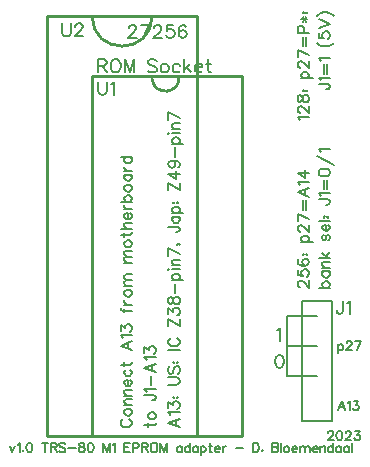
<source format=gto>
G04 Layer: TopSilkscreenLayer*
G04 EasyEDA v6.5.29, 2023-07-31 08:11:24*
G04 1ebaea4ae95649dd8011ffabadda3e85,10*
G04 Gerber Generator version 0.2*
G04 Scale: 100 percent, Rotated: No, Reflected: No *
G04 Dimensions in millimeters *
G04 leading zeros omitted , absolute positions ,4 integer and 5 decimal *
%FSLAX45Y45*%
%MOMM*%

%ADD10C,0.1524*%
%ADD11C,0.1300*%
%ADD12C,0.2032*%
%ADD13C,0.2000*%
%ADD14C,0.2540*%
%ADD15C,0.2030*%
%ADD16C,0.2286*%
%ADD17C,0.0137*%

%LPD*%
D10*
X2525268Y-2421128D02*
G01*
X2520695Y-2421128D01*
X2511806Y-2416555D01*
X2507234Y-2411984D01*
X2502661Y-2403094D01*
X2502661Y-2384805D01*
X2507234Y-2375662D01*
X2511806Y-2371089D01*
X2520695Y-2366518D01*
X2529840Y-2366518D01*
X2538984Y-2371089D01*
X2552700Y-2380234D01*
X2598165Y-2425700D01*
X2598165Y-2361945D01*
X2502661Y-2277618D02*
G01*
X2502661Y-2323084D01*
X2543556Y-2327402D01*
X2538984Y-2323084D01*
X2534411Y-2309368D01*
X2534411Y-2295652D01*
X2538984Y-2282189D01*
X2548127Y-2273045D01*
X2561590Y-2268473D01*
X2570734Y-2268473D01*
X2584450Y-2273045D01*
X2593593Y-2282189D01*
X2598165Y-2295652D01*
X2598165Y-2309368D01*
X2593593Y-2323084D01*
X2589022Y-2327402D01*
X2579877Y-2331973D01*
X2516124Y-2183892D02*
G01*
X2507234Y-2188463D01*
X2502661Y-2202179D01*
X2502661Y-2211070D01*
X2507234Y-2224786D01*
X2520695Y-2233929D01*
X2543556Y-2238502D01*
X2566161Y-2238502D01*
X2584450Y-2233929D01*
X2593593Y-2224786D01*
X2598165Y-2211070D01*
X2598165Y-2206497D01*
X2593593Y-2193036D01*
X2584450Y-2183892D01*
X2570734Y-2179320D01*
X2566161Y-2179320D01*
X2552700Y-2183892D01*
X2543556Y-2193036D01*
X2538984Y-2206497D01*
X2538984Y-2211070D01*
X2543556Y-2224786D01*
X2552700Y-2233929D01*
X2566161Y-2238502D01*
X2543556Y-2144776D02*
G01*
X2548127Y-2149347D01*
X2552700Y-2144776D01*
X2548127Y-2140204D01*
X2543556Y-2144776D01*
X2575306Y-2144776D02*
G01*
X2579877Y-2149347D01*
X2584450Y-2144776D01*
X2579877Y-2140204D01*
X2575306Y-2144776D01*
X2534411Y-2040128D02*
G01*
X2629915Y-2040128D01*
X2548127Y-2040128D02*
G01*
X2538984Y-2031237D01*
X2534411Y-2022094D01*
X2534411Y-2008378D01*
X2538984Y-1999234D01*
X2548127Y-1990344D01*
X2561590Y-1985771D01*
X2570734Y-1985771D01*
X2584450Y-1990344D01*
X2593593Y-1999234D01*
X2598165Y-2008378D01*
X2598165Y-2022094D01*
X2593593Y-2031237D01*
X2584450Y-2040128D01*
X2525268Y-1951228D02*
G01*
X2520695Y-1951228D01*
X2511806Y-1946655D01*
X2507234Y-1942084D01*
X2502661Y-1932939D01*
X2502661Y-1914905D01*
X2507234Y-1905762D01*
X2511806Y-1901189D01*
X2520695Y-1896618D01*
X2529840Y-1896618D01*
X2538984Y-1901189D01*
X2552700Y-1910334D01*
X2598165Y-1955800D01*
X2598165Y-1892045D01*
X2502661Y-1798320D02*
G01*
X2598165Y-1843786D01*
X2502661Y-1862073D02*
G01*
X2502661Y-1798320D01*
X2543556Y-1768347D02*
G01*
X2543556Y-1686560D01*
X2570734Y-1768347D02*
G01*
X2570734Y-1686560D01*
X2502661Y-1620265D02*
G01*
X2598165Y-1656587D01*
X2502661Y-1620265D02*
G01*
X2598165Y-1583944D01*
X2566161Y-1642871D02*
G01*
X2566161Y-1597405D01*
X2520695Y-1553971D02*
G01*
X2516124Y-1544828D01*
X2502661Y-1531112D01*
X2598165Y-1531112D01*
X2502661Y-1455673D02*
G01*
X2566161Y-1501139D01*
X2566161Y-1433068D01*
X2502661Y-1455673D02*
G01*
X2598165Y-1455673D01*
X2342641Y-2996184D02*
G01*
X2326893Y-3001263D01*
X2316479Y-3017012D01*
X2311400Y-3042920D01*
X2311400Y-3058413D01*
X2316479Y-3084576D01*
X2326893Y-3100070D01*
X2342641Y-3105150D01*
X2353056Y-3105150D01*
X2368550Y-3100070D01*
X2378963Y-3084576D01*
X2384043Y-3058413D01*
X2384043Y-3042920D01*
X2378963Y-3017012D01*
X2368550Y-3001263D01*
X2353056Y-2996184D01*
X2342641Y-2996184D01*
X2324100Y-2788412D02*
G01*
X2334513Y-2783078D01*
X2350008Y-2767584D01*
X2350008Y-2876550D01*
X2874009Y-3386328D02*
G01*
X2844800Y-3462781D01*
X2874009Y-3386328D02*
G01*
X2902965Y-3462781D01*
X2855722Y-3437381D02*
G01*
X2892043Y-3437381D01*
X2927095Y-3400805D02*
G01*
X2934208Y-3397250D01*
X2945129Y-3386328D01*
X2945129Y-3462781D01*
X2976372Y-3386328D02*
G01*
X3016504Y-3386328D01*
X2994659Y-3415537D01*
X3005581Y-3415537D01*
X3012693Y-3419094D01*
X3016504Y-3422650D01*
X3020059Y-3433571D01*
X3020059Y-3440937D01*
X3016504Y-3451860D01*
X3009138Y-3459226D01*
X2998215Y-3462781D01*
X2987293Y-3462781D01*
X2976372Y-3459226D01*
X2972815Y-3455415D01*
X2969259Y-3448304D01*
D11*
X63500Y-3767328D02*
G01*
X85344Y-3818381D01*
X107187Y-3767328D02*
G01*
X85344Y-3818381D01*
X131063Y-3756405D02*
G01*
X138429Y-3752850D01*
X149352Y-3741928D01*
X149352Y-3818381D01*
X177037Y-3800094D02*
G01*
X173228Y-3803904D01*
X177037Y-3807460D01*
X180594Y-3803904D01*
X177037Y-3800094D01*
X226313Y-3741928D02*
G01*
X215392Y-3745484D01*
X208279Y-3756405D01*
X204470Y-3774694D01*
X204470Y-3785615D01*
X208279Y-3803904D01*
X215392Y-3814826D01*
X226313Y-3818381D01*
X233679Y-3818381D01*
X244602Y-3814826D01*
X251968Y-3803904D01*
X255523Y-3785615D01*
X255523Y-3774694D01*
X251968Y-3756405D01*
X244602Y-3745484D01*
X233679Y-3741928D01*
X226313Y-3741928D01*
X360934Y-3741928D02*
G01*
X360934Y-3818381D01*
X335534Y-3741928D02*
G01*
X386334Y-3741928D01*
X410463Y-3741928D02*
G01*
X410463Y-3818381D01*
X410463Y-3741928D02*
G01*
X443229Y-3741928D01*
X454152Y-3745484D01*
X457707Y-3749294D01*
X461263Y-3756405D01*
X461263Y-3763771D01*
X457707Y-3771137D01*
X454152Y-3774694D01*
X443229Y-3778250D01*
X410463Y-3778250D01*
X435863Y-3778250D02*
G01*
X461263Y-3818381D01*
X536194Y-3752850D02*
G01*
X528828Y-3745484D01*
X518160Y-3741928D01*
X503428Y-3741928D01*
X492505Y-3745484D01*
X485394Y-3752850D01*
X485394Y-3760215D01*
X488950Y-3767328D01*
X492505Y-3771137D01*
X499871Y-3774694D01*
X521715Y-3782060D01*
X528828Y-3785615D01*
X532637Y-3789171D01*
X536194Y-3796537D01*
X536194Y-3807460D01*
X528828Y-3814826D01*
X518160Y-3818381D01*
X503428Y-3818381D01*
X492505Y-3814826D01*
X485394Y-3807460D01*
X560323Y-3785615D02*
G01*
X625602Y-3785615D01*
X667765Y-3741928D02*
G01*
X656844Y-3745484D01*
X653287Y-3752850D01*
X653287Y-3760215D01*
X656844Y-3767328D01*
X664210Y-3771137D01*
X678687Y-3774694D01*
X689610Y-3778250D01*
X696976Y-3785615D01*
X700531Y-3792981D01*
X700531Y-3803904D01*
X696976Y-3811015D01*
X693420Y-3814826D01*
X682497Y-3818381D01*
X667765Y-3818381D01*
X656844Y-3814826D01*
X653287Y-3811015D01*
X649731Y-3803904D01*
X649731Y-3792981D01*
X653287Y-3785615D01*
X660654Y-3778250D01*
X671576Y-3774694D01*
X686054Y-3771137D01*
X693420Y-3767328D01*
X696976Y-3760215D01*
X696976Y-3752850D01*
X693420Y-3745484D01*
X682497Y-3741928D01*
X667765Y-3741928D01*
X746505Y-3741928D02*
G01*
X735584Y-3745484D01*
X728218Y-3756405D01*
X724662Y-3774694D01*
X724662Y-3785615D01*
X728218Y-3803904D01*
X735584Y-3814826D01*
X746505Y-3818381D01*
X753618Y-3818381D01*
X764539Y-3814826D01*
X771905Y-3803904D01*
X775462Y-3785615D01*
X775462Y-3774694D01*
X771905Y-3756405D01*
X764539Y-3745484D01*
X753618Y-3741928D01*
X746505Y-3741928D01*
X855471Y-3741928D02*
G01*
X855471Y-3818381D01*
X855471Y-3741928D02*
G01*
X884681Y-3818381D01*
X913637Y-3741928D02*
G01*
X884681Y-3818381D01*
X913637Y-3741928D02*
G01*
X913637Y-3818381D01*
X937768Y-3756405D02*
G01*
X944879Y-3752850D01*
X955802Y-3741928D01*
X955802Y-3818381D01*
X1035812Y-3741928D02*
G01*
X1035812Y-3818381D01*
X1035812Y-3741928D02*
G01*
X1083055Y-3741928D01*
X1035812Y-3778250D02*
G01*
X1065021Y-3778250D01*
X1035812Y-3818381D02*
G01*
X1083055Y-3818381D01*
X1107186Y-3741928D02*
G01*
X1107186Y-3818381D01*
X1107186Y-3741928D02*
G01*
X1139952Y-3741928D01*
X1150873Y-3745484D01*
X1154429Y-3749294D01*
X1157986Y-3756405D01*
X1157986Y-3767328D01*
X1154429Y-3774694D01*
X1150873Y-3778250D01*
X1139952Y-3782060D01*
X1107186Y-3782060D01*
X1182115Y-3741928D02*
G01*
X1182115Y-3818381D01*
X1182115Y-3741928D02*
G01*
X1214881Y-3741928D01*
X1225804Y-3745484D01*
X1229360Y-3749294D01*
X1232915Y-3756405D01*
X1232915Y-3763771D01*
X1229360Y-3771137D01*
X1225804Y-3774694D01*
X1214881Y-3778250D01*
X1182115Y-3778250D01*
X1207515Y-3778250D02*
G01*
X1232915Y-3818381D01*
X1278889Y-3741928D02*
G01*
X1271523Y-3745484D01*
X1264157Y-3752850D01*
X1260602Y-3760215D01*
X1257045Y-3771137D01*
X1257045Y-3789171D01*
X1260602Y-3800094D01*
X1264157Y-3807460D01*
X1271523Y-3814826D01*
X1278889Y-3818381D01*
X1293368Y-3818381D01*
X1300479Y-3814826D01*
X1307845Y-3807460D01*
X1311402Y-3800094D01*
X1315212Y-3789171D01*
X1315212Y-3771137D01*
X1311402Y-3760215D01*
X1307845Y-3752850D01*
X1300479Y-3745484D01*
X1293368Y-3741928D01*
X1278889Y-3741928D01*
X1339087Y-3741928D02*
G01*
X1339087Y-3818381D01*
X1339087Y-3741928D02*
G01*
X1368297Y-3818381D01*
X1397254Y-3741928D02*
G01*
X1368297Y-3818381D01*
X1397254Y-3741928D02*
G01*
X1397254Y-3818381D01*
X1520952Y-3767328D02*
G01*
X1520952Y-3818381D01*
X1520952Y-3778250D02*
G01*
X1513586Y-3771137D01*
X1506473Y-3767328D01*
X1495552Y-3767328D01*
X1488186Y-3771137D01*
X1481073Y-3778250D01*
X1477263Y-3789171D01*
X1477263Y-3796537D01*
X1481073Y-3807460D01*
X1488186Y-3814826D01*
X1495552Y-3818381D01*
X1506473Y-3818381D01*
X1513586Y-3814826D01*
X1520952Y-3807460D01*
X1588515Y-3741928D02*
G01*
X1588515Y-3818381D01*
X1588515Y-3778250D02*
G01*
X1581404Y-3771137D01*
X1574037Y-3767328D01*
X1563115Y-3767328D01*
X1555750Y-3771137D01*
X1548637Y-3778250D01*
X1544828Y-3789171D01*
X1544828Y-3796537D01*
X1548637Y-3807460D01*
X1555750Y-3814826D01*
X1563115Y-3818381D01*
X1574037Y-3818381D01*
X1581404Y-3814826D01*
X1588515Y-3807460D01*
X1656334Y-3767328D02*
G01*
X1656334Y-3818381D01*
X1656334Y-3778250D02*
G01*
X1648968Y-3771137D01*
X1641602Y-3767328D01*
X1630679Y-3767328D01*
X1623568Y-3771137D01*
X1616202Y-3778250D01*
X1612645Y-3789171D01*
X1612645Y-3796537D01*
X1616202Y-3807460D01*
X1623568Y-3814826D01*
X1630679Y-3818381D01*
X1641602Y-3818381D01*
X1648968Y-3814826D01*
X1656334Y-3807460D01*
X1680210Y-3767328D02*
G01*
X1680210Y-3843781D01*
X1680210Y-3778250D02*
G01*
X1687576Y-3771137D01*
X1694687Y-3767328D01*
X1705610Y-3767328D01*
X1712976Y-3771137D01*
X1720342Y-3778250D01*
X1723897Y-3789171D01*
X1723897Y-3796537D01*
X1720342Y-3807460D01*
X1712976Y-3814826D01*
X1705610Y-3818381D01*
X1694687Y-3818381D01*
X1687576Y-3814826D01*
X1680210Y-3807460D01*
X1758695Y-3741928D02*
G01*
X1758695Y-3803904D01*
X1762505Y-3814826D01*
X1769618Y-3818381D01*
X1776984Y-3818381D01*
X1747773Y-3767328D02*
G01*
X1773428Y-3767328D01*
X1800860Y-3789171D02*
G01*
X1844547Y-3789171D01*
X1844547Y-3782060D01*
X1840992Y-3774694D01*
X1837436Y-3771137D01*
X1830070Y-3767328D01*
X1819147Y-3767328D01*
X1811781Y-3771137D01*
X1804670Y-3778250D01*
X1800860Y-3789171D01*
X1800860Y-3796537D01*
X1804670Y-3807460D01*
X1811781Y-3814826D01*
X1819147Y-3818381D01*
X1830070Y-3818381D01*
X1837436Y-3814826D01*
X1844547Y-3807460D01*
X1868678Y-3767328D02*
G01*
X1868678Y-3818381D01*
X1868678Y-3789171D02*
G01*
X1872234Y-3778250D01*
X1879600Y-3771137D01*
X1886712Y-3767328D01*
X1897634Y-3767328D01*
X1977643Y-3785615D02*
G01*
X2043175Y-3785615D01*
X2123186Y-3741928D02*
G01*
X2123186Y-3818381D01*
X2123186Y-3741928D02*
G01*
X2148586Y-3741928D01*
X2159508Y-3745484D01*
X2166874Y-3752850D01*
X2170429Y-3760215D01*
X2173986Y-3771137D01*
X2173986Y-3789171D01*
X2170429Y-3800094D01*
X2166874Y-3807460D01*
X2159508Y-3814826D01*
X2148586Y-3818381D01*
X2123186Y-3818381D01*
X2201672Y-3800094D02*
G01*
X2198115Y-3803904D01*
X2201672Y-3807460D01*
X2205227Y-3803904D01*
X2201672Y-3800094D01*
X2285238Y-3741928D02*
G01*
X2285238Y-3818381D01*
X2285238Y-3741928D02*
G01*
X2318004Y-3741928D01*
X2328925Y-3745484D01*
X2332481Y-3749294D01*
X2336291Y-3756405D01*
X2336291Y-3763771D01*
X2332481Y-3771137D01*
X2328925Y-3774694D01*
X2318004Y-3778250D01*
X2285238Y-3778250D02*
G01*
X2318004Y-3778250D01*
X2328925Y-3782060D01*
X2332481Y-3785615D01*
X2336291Y-3792981D01*
X2336291Y-3803904D01*
X2332481Y-3811015D01*
X2328925Y-3814826D01*
X2318004Y-3818381D01*
X2285238Y-3818381D01*
X2360168Y-3741928D02*
G01*
X2360168Y-3818381D01*
X2402331Y-3767328D02*
G01*
X2395220Y-3771137D01*
X2387854Y-3778250D01*
X2384297Y-3789171D01*
X2384297Y-3796537D01*
X2387854Y-3807460D01*
X2395220Y-3814826D01*
X2402331Y-3818381D01*
X2413254Y-3818381D01*
X2420620Y-3814826D01*
X2427731Y-3807460D01*
X2431541Y-3796537D01*
X2431541Y-3789171D01*
X2427731Y-3778250D01*
X2420620Y-3771137D01*
X2413254Y-3767328D01*
X2402331Y-3767328D01*
X2455418Y-3789171D02*
G01*
X2499106Y-3789171D01*
X2499106Y-3782060D01*
X2495550Y-3774694D01*
X2491740Y-3771137D01*
X2484627Y-3767328D01*
X2473706Y-3767328D01*
X2466340Y-3771137D01*
X2459227Y-3778250D01*
X2455418Y-3789171D01*
X2455418Y-3796537D01*
X2459227Y-3807460D01*
X2466340Y-3814826D01*
X2473706Y-3818381D01*
X2484627Y-3818381D01*
X2491740Y-3814826D01*
X2499106Y-3807460D01*
X2523236Y-3767328D02*
G01*
X2523236Y-3818381D01*
X2523236Y-3782060D02*
G01*
X2534158Y-3771137D01*
X2541270Y-3767328D01*
X2552191Y-3767328D01*
X2559558Y-3771137D01*
X2563113Y-3782060D01*
X2563113Y-3818381D01*
X2563113Y-3782060D02*
G01*
X2574036Y-3771137D01*
X2581402Y-3767328D01*
X2592324Y-3767328D01*
X2599436Y-3771137D01*
X2603245Y-3782060D01*
X2603245Y-3818381D01*
X2627122Y-3789171D02*
G01*
X2670809Y-3789171D01*
X2670809Y-3782060D01*
X2667254Y-3774694D01*
X2663443Y-3771137D01*
X2656331Y-3767328D01*
X2645409Y-3767328D01*
X2638043Y-3771137D01*
X2630677Y-3778250D01*
X2627122Y-3789171D01*
X2627122Y-3796537D01*
X2630677Y-3807460D01*
X2638043Y-3814826D01*
X2645409Y-3818381D01*
X2656331Y-3818381D01*
X2663443Y-3814826D01*
X2670809Y-3807460D01*
X2694686Y-3767328D02*
G01*
X2694686Y-3818381D01*
X2694686Y-3782060D02*
G01*
X2705608Y-3771137D01*
X2712974Y-3767328D01*
X2723895Y-3767328D01*
X2731008Y-3771137D01*
X2734818Y-3782060D01*
X2734818Y-3818381D01*
X2802381Y-3741928D02*
G01*
X2802381Y-3818381D01*
X2802381Y-3778250D02*
G01*
X2795015Y-3771137D01*
X2787904Y-3767328D01*
X2776981Y-3767328D01*
X2769615Y-3771137D01*
X2762504Y-3778250D01*
X2758693Y-3789171D01*
X2758693Y-3796537D01*
X2762504Y-3807460D01*
X2769615Y-3814826D01*
X2776981Y-3818381D01*
X2787904Y-3818381D01*
X2795015Y-3814826D01*
X2802381Y-3807460D01*
X2869945Y-3767328D02*
G01*
X2869945Y-3818381D01*
X2869945Y-3778250D02*
G01*
X2862834Y-3771137D01*
X2855468Y-3767328D01*
X2844545Y-3767328D01*
X2837434Y-3771137D01*
X2830068Y-3778250D01*
X2826511Y-3789171D01*
X2826511Y-3796537D01*
X2830068Y-3807460D01*
X2837434Y-3814826D01*
X2844545Y-3818381D01*
X2855468Y-3818381D01*
X2862834Y-3814826D01*
X2869945Y-3807460D01*
X2937763Y-3767328D02*
G01*
X2937763Y-3818381D01*
X2937763Y-3778250D02*
G01*
X2930397Y-3771137D01*
X2923031Y-3767328D01*
X2912109Y-3767328D01*
X2904997Y-3771137D01*
X2897631Y-3778250D01*
X2894075Y-3789171D01*
X2894075Y-3796537D01*
X2897631Y-3807460D01*
X2904997Y-3814826D01*
X2912109Y-3818381D01*
X2923031Y-3818381D01*
X2930397Y-3814826D01*
X2937763Y-3807460D01*
X2961640Y-3741928D02*
G01*
X2961640Y-3818381D01*
D10*
X2759456Y-3658615D02*
G01*
X2759456Y-3654805D01*
X2763265Y-3647694D01*
X2766822Y-3643884D01*
X2774188Y-3640328D01*
X2788665Y-3640328D01*
X2795777Y-3643884D01*
X2799588Y-3647694D01*
X2803143Y-3654805D01*
X2803143Y-3662171D01*
X2799588Y-3669537D01*
X2792222Y-3680460D01*
X2755900Y-3716781D01*
X2806700Y-3716781D01*
X2852674Y-3640328D02*
G01*
X2841752Y-3643884D01*
X2834386Y-3654805D01*
X2830829Y-3673094D01*
X2830829Y-3684015D01*
X2834386Y-3702304D01*
X2841752Y-3713226D01*
X2852674Y-3716781D01*
X2859786Y-3716781D01*
X2870708Y-3713226D01*
X2878074Y-3702304D01*
X2881629Y-3684015D01*
X2881629Y-3673094D01*
X2878074Y-3654805D01*
X2870708Y-3643884D01*
X2859786Y-3640328D01*
X2852674Y-3640328D01*
X2909315Y-3658615D02*
G01*
X2909315Y-3654805D01*
X2912872Y-3647694D01*
X2916681Y-3643884D01*
X2923793Y-3640328D01*
X2938525Y-3640328D01*
X2945638Y-3643884D01*
X2949447Y-3647694D01*
X2953004Y-3654805D01*
X2953004Y-3662171D01*
X2949447Y-3669537D01*
X2942081Y-3680460D01*
X2905759Y-3716781D01*
X2956559Y-3716781D01*
X2987802Y-3640328D02*
G01*
X3027934Y-3640328D01*
X3006090Y-3669537D01*
X3017011Y-3669537D01*
X3024377Y-3673094D01*
X3027934Y-3676650D01*
X3031490Y-3687571D01*
X3031490Y-3694937D01*
X3027934Y-3705860D01*
X3020568Y-3713226D01*
X3009645Y-3716781D01*
X2998724Y-3716781D01*
X2987802Y-3713226D01*
X2984245Y-3709415D01*
X2980690Y-3702304D01*
X2520695Y-1003300D02*
G01*
X2516124Y-994155D01*
X2502661Y-980694D01*
X2598165Y-980694D01*
X2525268Y-946150D02*
G01*
X2520695Y-946150D01*
X2511806Y-941578D01*
X2507234Y-937005D01*
X2502661Y-927862D01*
X2502661Y-909573D01*
X2507234Y-900684D01*
X2511806Y-896112D01*
X2520695Y-891539D01*
X2529840Y-891539D01*
X2538984Y-896112D01*
X2552700Y-905002D01*
X2598165Y-950468D01*
X2598165Y-886968D01*
X2502661Y-834136D02*
G01*
X2507234Y-847852D01*
X2516124Y-852423D01*
X2525268Y-852423D01*
X2534411Y-847852D01*
X2538984Y-838707D01*
X2543556Y-820673D01*
X2548127Y-806957D01*
X2557018Y-797813D01*
X2566161Y-793242D01*
X2579877Y-793242D01*
X2589022Y-797813D01*
X2593593Y-802386D01*
X2598165Y-816102D01*
X2598165Y-834136D01*
X2593593Y-847852D01*
X2589022Y-852423D01*
X2579877Y-856995D01*
X2566161Y-856995D01*
X2557018Y-852423D01*
X2548127Y-843279D01*
X2543556Y-829563D01*
X2538984Y-811529D01*
X2534411Y-802386D01*
X2525268Y-797813D01*
X2516124Y-797813D01*
X2507234Y-802386D01*
X2502661Y-816102D01*
X2502661Y-834136D01*
X2543556Y-758697D02*
G01*
X2548127Y-763270D01*
X2552700Y-758697D01*
X2548127Y-754126D01*
X2543556Y-758697D01*
X2575306Y-758697D02*
G01*
X2579877Y-763270D01*
X2584450Y-758697D01*
X2579877Y-754126D01*
X2575306Y-758697D01*
X2534411Y-654304D02*
G01*
X2629915Y-654304D01*
X2548127Y-654304D02*
G01*
X2538984Y-645160D01*
X2534411Y-636015D01*
X2534411Y-622300D01*
X2538984Y-613410D01*
X2548127Y-604265D01*
X2561590Y-599694D01*
X2570734Y-599694D01*
X2584450Y-604265D01*
X2593593Y-613410D01*
X2598165Y-622300D01*
X2598165Y-636015D01*
X2593593Y-645160D01*
X2584450Y-654304D01*
X2525268Y-565150D02*
G01*
X2520695Y-565150D01*
X2511806Y-560578D01*
X2507234Y-556005D01*
X2502661Y-546862D01*
X2502661Y-528828D01*
X2507234Y-519684D01*
X2511806Y-515112D01*
X2520695Y-510539D01*
X2529840Y-510539D01*
X2538984Y-515112D01*
X2552700Y-524255D01*
X2598165Y-569721D01*
X2598165Y-505968D01*
X2502661Y-412495D02*
G01*
X2598165Y-457962D01*
X2502661Y-475995D02*
G01*
X2502661Y-412495D01*
X2543556Y-382270D02*
G01*
X2543556Y-300481D01*
X2570734Y-382270D02*
G01*
X2570734Y-300481D01*
X2502661Y-270510D02*
G01*
X2598165Y-270510D01*
X2502661Y-270510D02*
G01*
X2502661Y-229615D01*
X2507234Y-216154D01*
X2511806Y-211581D01*
X2520695Y-207010D01*
X2534411Y-207010D01*
X2543556Y-211581D01*
X2548127Y-216154D01*
X2552700Y-229615D01*
X2552700Y-270510D01*
X2529840Y-154178D02*
G01*
X2584450Y-154178D01*
X2543556Y-177037D02*
G01*
X2570734Y-131571D01*
X2543556Y-131571D02*
G01*
X2570734Y-177037D01*
X2543556Y-97028D02*
G01*
X2548127Y-101600D01*
X2552700Y-97028D01*
X2548127Y-92455D01*
X2543556Y-97028D01*
X2575306Y-97028D02*
G01*
X2579877Y-101600D01*
X2584450Y-97028D01*
X2579877Y-92455D01*
X2575306Y-97028D01*
X2844800Y-2903728D02*
G01*
X2844800Y-2980181D01*
X2844800Y-2914650D02*
G01*
X2852165Y-2907537D01*
X2859277Y-2903728D01*
X2870200Y-2903728D01*
X2877565Y-2907537D01*
X2884677Y-2914650D01*
X2888488Y-2925571D01*
X2888488Y-2932937D01*
X2884677Y-2943860D01*
X2877565Y-2951226D01*
X2870200Y-2954781D01*
X2859277Y-2954781D01*
X2852165Y-2951226D01*
X2844800Y-2943860D01*
X2916174Y-2896615D02*
G01*
X2916174Y-2892805D01*
X2919729Y-2885694D01*
X2923286Y-2881884D01*
X2930652Y-2878328D01*
X2945129Y-2878328D01*
X2952495Y-2881884D01*
X2956052Y-2885694D01*
X2959608Y-2892805D01*
X2959608Y-2900171D01*
X2956052Y-2907537D01*
X2948686Y-2918460D01*
X2912363Y-2954781D01*
X2963418Y-2954781D01*
X3038347Y-2878328D02*
G01*
X3001772Y-2954781D01*
X2987293Y-2878328D02*
G01*
X3038347Y-2878328D01*
X2680461Y-2425700D02*
G01*
X2775965Y-2425700D01*
X2725927Y-2425700D02*
G01*
X2716784Y-2416555D01*
X2712211Y-2407412D01*
X2712211Y-2393950D01*
X2716784Y-2384805D01*
X2725927Y-2375662D01*
X2739390Y-2371089D01*
X2748534Y-2371089D01*
X2762250Y-2375662D01*
X2771393Y-2384805D01*
X2775965Y-2393950D01*
X2775965Y-2407412D01*
X2771393Y-2416555D01*
X2762250Y-2425700D01*
X2712211Y-2286507D02*
G01*
X2775965Y-2286507D01*
X2725927Y-2286507D02*
G01*
X2716784Y-2295652D01*
X2712211Y-2304795D01*
X2712211Y-2318512D01*
X2716784Y-2327402D01*
X2725927Y-2336545D01*
X2739390Y-2341118D01*
X2748534Y-2341118D01*
X2762250Y-2336545D01*
X2771393Y-2327402D01*
X2775965Y-2318512D01*
X2775965Y-2304795D01*
X2771393Y-2295652D01*
X2762250Y-2286507D01*
X2712211Y-2256536D02*
G01*
X2775965Y-2256536D01*
X2730500Y-2256536D02*
G01*
X2716784Y-2243073D01*
X2712211Y-2233929D01*
X2712211Y-2220213D01*
X2716784Y-2211070D01*
X2730500Y-2206497D01*
X2775965Y-2206497D01*
X2680461Y-2176526D02*
G01*
X2775965Y-2176526D01*
X2712211Y-2131060D02*
G01*
X2757677Y-2176526D01*
X2739390Y-2158492D02*
G01*
X2775965Y-2126487D01*
X2725927Y-1976628D02*
G01*
X2716784Y-1981200D01*
X2712211Y-1994915D01*
X2712211Y-2008378D01*
X2716784Y-2022094D01*
X2725927Y-2026665D01*
X2734818Y-2022094D01*
X2739390Y-2012950D01*
X2743961Y-1990344D01*
X2748534Y-1981200D01*
X2757677Y-1976628D01*
X2762250Y-1976628D01*
X2771393Y-1981200D01*
X2775965Y-1994915D01*
X2775965Y-2008378D01*
X2771393Y-2022094D01*
X2762250Y-2026665D01*
X2739390Y-1946655D02*
G01*
X2739390Y-1892045D01*
X2730500Y-1892045D01*
X2721356Y-1896618D01*
X2716784Y-1901189D01*
X2712211Y-1910334D01*
X2712211Y-1923795D01*
X2716784Y-1932939D01*
X2725927Y-1942084D01*
X2739390Y-1946655D01*
X2748534Y-1946655D01*
X2762250Y-1942084D01*
X2771393Y-1932939D01*
X2775965Y-1923795D01*
X2775965Y-1910334D01*
X2771393Y-1901189D01*
X2762250Y-1892045D01*
X2680461Y-1862073D02*
G01*
X2775965Y-1862073D01*
X2721356Y-1827529D02*
G01*
X2725927Y-1832102D01*
X2730500Y-1827529D01*
X2725927Y-1822957D01*
X2721356Y-1827529D01*
X2753106Y-1827529D02*
G01*
X2757677Y-1832102D01*
X2762250Y-1827529D01*
X2757677Y-1822957D01*
X2753106Y-1827529D01*
X2680461Y-1677415D02*
G01*
X2753106Y-1677415D01*
X2766822Y-1681987D01*
X2771393Y-1686560D01*
X2775965Y-1695704D01*
X2775965Y-1704847D01*
X2771393Y-1713992D01*
X2766822Y-1718310D01*
X2753106Y-1722881D01*
X2743961Y-1722881D01*
X2698495Y-1647444D02*
G01*
X2693924Y-1638554D01*
X2680461Y-1624837D01*
X2775965Y-1624837D01*
X2721356Y-1594865D02*
G01*
X2721356Y-1513078D01*
X2748534Y-1594865D02*
G01*
X2748534Y-1513078D01*
X2680461Y-1455673D02*
G01*
X2685034Y-1469389D01*
X2698495Y-1478534D01*
X2721356Y-1482852D01*
X2734818Y-1482852D01*
X2757677Y-1478534D01*
X2771393Y-1469389D01*
X2775965Y-1455673D01*
X2775965Y-1446529D01*
X2771393Y-1433068D01*
X2757677Y-1423923D01*
X2734818Y-1419352D01*
X2721356Y-1419352D01*
X2698495Y-1423923D01*
X2685034Y-1433068D01*
X2680461Y-1446529D01*
X2680461Y-1455673D01*
X2662174Y-1307592D02*
G01*
X2807715Y-1389379D01*
X2698495Y-1277620D02*
G01*
X2693924Y-1268476D01*
X2680461Y-1254760D01*
X2775965Y-1254760D01*
X2680461Y-699764D02*
G01*
X2753106Y-699764D01*
X2766822Y-704336D01*
X2771393Y-708908D01*
X2775965Y-718052D01*
X2775965Y-726942D01*
X2771393Y-736086D01*
X2766822Y-740658D01*
X2753106Y-745230D01*
X2743961Y-745230D01*
X2698495Y-669792D02*
G01*
X2693924Y-660648D01*
X2680461Y-646932D01*
X2775965Y-646932D01*
X2721356Y-616960D02*
G01*
X2721356Y-535172D01*
X2748534Y-616960D02*
G01*
X2748534Y-535172D01*
X2698495Y-505200D02*
G01*
X2693924Y-496056D01*
X2680461Y-482594D01*
X2775965Y-482594D01*
X2662174Y-350768D02*
G01*
X2671318Y-359658D01*
X2685034Y-368802D01*
X2703068Y-377946D01*
X2725927Y-382518D01*
X2743961Y-382518D01*
X2766822Y-377946D01*
X2784856Y-368802D01*
X2798572Y-359658D01*
X2807715Y-350768D01*
X2680461Y-266186D02*
G01*
X2680461Y-311652D01*
X2721356Y-316224D01*
X2716784Y-311652D01*
X2712211Y-297936D01*
X2712211Y-284220D01*
X2716784Y-270758D01*
X2725927Y-261614D01*
X2739390Y-257042D01*
X2748534Y-257042D01*
X2762250Y-261614D01*
X2771393Y-270758D01*
X2775965Y-284220D01*
X2775965Y-297936D01*
X2771393Y-311652D01*
X2766822Y-316224D01*
X2757677Y-320796D01*
X2680461Y-227070D02*
G01*
X2775965Y-190748D01*
X2680461Y-154426D02*
G01*
X2775965Y-190748D01*
X2662174Y-124200D02*
G01*
X2671318Y-115310D01*
X2685034Y-106166D01*
X2703068Y-97022D01*
X2725927Y-92450D01*
X2743961Y-92450D01*
X2766822Y-97022D01*
X2784856Y-106166D01*
X2798572Y-115310D01*
X2807715Y-124200D01*
X1026668Y-3538728D02*
G01*
X1017523Y-3543045D01*
X1008634Y-3552189D01*
X1004062Y-3561334D01*
X1004062Y-3579621D01*
X1008634Y-3588512D01*
X1017523Y-3597655D01*
X1026668Y-3602228D01*
X1040384Y-3606800D01*
X1062989Y-3606800D01*
X1076705Y-3602228D01*
X1085850Y-3597655D01*
X1094994Y-3588512D01*
X1099565Y-3579621D01*
X1099565Y-3561334D01*
X1094994Y-3552189D01*
X1085850Y-3543045D01*
X1076705Y-3538728D01*
X1035812Y-3485895D02*
G01*
X1040384Y-3495039D01*
X1049528Y-3504184D01*
X1062989Y-3508502D01*
X1072134Y-3508502D01*
X1085850Y-3504184D01*
X1094994Y-3495039D01*
X1099565Y-3485895D01*
X1099565Y-3472179D01*
X1094994Y-3463289D01*
X1085850Y-3454145D01*
X1072134Y-3449573D01*
X1062989Y-3449573D01*
X1049528Y-3454145D01*
X1040384Y-3463289D01*
X1035812Y-3472179D01*
X1035812Y-3485895D01*
X1035812Y-3419602D02*
G01*
X1099565Y-3419602D01*
X1054100Y-3419602D02*
G01*
X1040384Y-3405886D01*
X1035812Y-3396742D01*
X1035812Y-3383279D01*
X1040384Y-3374136D01*
X1054100Y-3369563D01*
X1099565Y-3369563D01*
X1035812Y-3339592D02*
G01*
X1099565Y-3339592D01*
X1054100Y-3339592D02*
G01*
X1040384Y-3325876D01*
X1035812Y-3316731D01*
X1035812Y-3303270D01*
X1040384Y-3294126D01*
X1054100Y-3289554D01*
X1099565Y-3289554D01*
X1062989Y-3259581D02*
G01*
X1062989Y-3204971D01*
X1054100Y-3204971D01*
X1044955Y-3209544D01*
X1040384Y-3214115D01*
X1035812Y-3223260D01*
X1035812Y-3236721D01*
X1040384Y-3245865D01*
X1049528Y-3255010D01*
X1062989Y-3259581D01*
X1072134Y-3259581D01*
X1085850Y-3255010D01*
X1094994Y-3245865D01*
X1099565Y-3236721D01*
X1099565Y-3223260D01*
X1094994Y-3214115D01*
X1085850Y-3204971D01*
X1049528Y-3120389D02*
G01*
X1040384Y-3129534D01*
X1035812Y-3138678D01*
X1035812Y-3152139D01*
X1040384Y-3161284D01*
X1049528Y-3170428D01*
X1062989Y-3175000D01*
X1072134Y-3175000D01*
X1085850Y-3170428D01*
X1094994Y-3161284D01*
X1099565Y-3152139D01*
X1099565Y-3138678D01*
X1094994Y-3129534D01*
X1085850Y-3120389D01*
X1004062Y-3076702D02*
G01*
X1081278Y-3076702D01*
X1094994Y-3072129D01*
X1099565Y-3063239D01*
X1099565Y-3054095D01*
X1035812Y-3090418D02*
G01*
X1035812Y-3058668D01*
X1004062Y-2917697D02*
G01*
X1099565Y-2954020D01*
X1004062Y-2917697D02*
G01*
X1099565Y-2881376D01*
X1067562Y-2940557D02*
G01*
X1067562Y-2895092D01*
X1022095Y-2851404D02*
G01*
X1017523Y-2842260D01*
X1004062Y-2828544D01*
X1099565Y-2828544D01*
X1004062Y-2789428D02*
G01*
X1004062Y-2739644D01*
X1040384Y-2766821D01*
X1040384Y-2753105D01*
X1044955Y-2743962D01*
X1049528Y-2739644D01*
X1062989Y-2735071D01*
X1072134Y-2735071D01*
X1085850Y-2739644D01*
X1094994Y-2748534D01*
X1099565Y-2762250D01*
X1099565Y-2775965D01*
X1094994Y-2789428D01*
X1090421Y-2794000D01*
X1081278Y-2798571D01*
X1004062Y-2598673D02*
G01*
X1004062Y-2607818D01*
X1008634Y-2616707D01*
X1022095Y-2621279D01*
X1099565Y-2621279D01*
X1035812Y-2634995D02*
G01*
X1035812Y-2603245D01*
X1035812Y-2568702D02*
G01*
X1099565Y-2568702D01*
X1062989Y-2568702D02*
G01*
X1049528Y-2564129D01*
X1040384Y-2554986D01*
X1035812Y-2545842D01*
X1035812Y-2532379D01*
X1035812Y-2479547D02*
G01*
X1040384Y-2488692D01*
X1049528Y-2497836D01*
X1062989Y-2502154D01*
X1072134Y-2502154D01*
X1085850Y-2497836D01*
X1094994Y-2488692D01*
X1099565Y-2479547D01*
X1099565Y-2465831D01*
X1094994Y-2456687D01*
X1085850Y-2447797D01*
X1072134Y-2443226D01*
X1062989Y-2443226D01*
X1049528Y-2447797D01*
X1040384Y-2456687D01*
X1035812Y-2465831D01*
X1035812Y-2479547D01*
X1035812Y-2413254D02*
G01*
X1099565Y-2413254D01*
X1054100Y-2413254D02*
G01*
X1040384Y-2399537D01*
X1035812Y-2390394D01*
X1035812Y-2376678D01*
X1040384Y-2367787D01*
X1054100Y-2363215D01*
X1099565Y-2363215D01*
X1054100Y-2363215D02*
G01*
X1040384Y-2349500D01*
X1035812Y-2340355D01*
X1035812Y-2326894D01*
X1040384Y-2317750D01*
X1054100Y-2313178D01*
X1099565Y-2313178D01*
X1035812Y-2213102D02*
G01*
X1099565Y-2213102D01*
X1054100Y-2213102D02*
G01*
X1040384Y-2199639D01*
X1035812Y-2190495D01*
X1035812Y-2176779D01*
X1040384Y-2167636D01*
X1054100Y-2163063D01*
X1099565Y-2163063D01*
X1054100Y-2163063D02*
G01*
X1040384Y-2149602D01*
X1035812Y-2140457D01*
X1035812Y-2126742D01*
X1040384Y-2117597D01*
X1054100Y-2113279D01*
X1099565Y-2113279D01*
X1035812Y-2060447D02*
G01*
X1040384Y-2069592D01*
X1049528Y-2078736D01*
X1062989Y-2083054D01*
X1072134Y-2083054D01*
X1085850Y-2078736D01*
X1094994Y-2069592D01*
X1099565Y-2060447D01*
X1099565Y-2046731D01*
X1094994Y-2037587D01*
X1085850Y-2028697D01*
X1072134Y-2024126D01*
X1062989Y-2024126D01*
X1049528Y-2028697D01*
X1040384Y-2037587D01*
X1035812Y-2046731D01*
X1035812Y-2060447D01*
X1004062Y-1980437D02*
G01*
X1081278Y-1980437D01*
X1094994Y-1975865D01*
X1099565Y-1966721D01*
X1099565Y-1957831D01*
X1035812Y-1994154D02*
G01*
X1035812Y-1962150D01*
X1004062Y-1927605D02*
G01*
X1099565Y-1927605D01*
X1054100Y-1927605D02*
G01*
X1040384Y-1914144D01*
X1035812Y-1905000D01*
X1035812Y-1891284D01*
X1040384Y-1882139D01*
X1054100Y-1877821D01*
X1099565Y-1877821D01*
X1062989Y-1847595D02*
G01*
X1062989Y-1793239D01*
X1054100Y-1793239D01*
X1044955Y-1797812D01*
X1040384Y-1802384D01*
X1035812Y-1811273D01*
X1035812Y-1824989D01*
X1040384Y-1834134D01*
X1049528Y-1843278D01*
X1062989Y-1847595D01*
X1072134Y-1847595D01*
X1085850Y-1843278D01*
X1094994Y-1834134D01*
X1099565Y-1824989D01*
X1099565Y-1811273D01*
X1094994Y-1802384D01*
X1085850Y-1793239D01*
X1035812Y-1763268D02*
G01*
X1099565Y-1763268D01*
X1062989Y-1763268D02*
G01*
X1049528Y-1758695D01*
X1040384Y-1749552D01*
X1035812Y-1740407D01*
X1035812Y-1726692D01*
X1004062Y-1696720D02*
G01*
X1099565Y-1696720D01*
X1049528Y-1696720D02*
G01*
X1040384Y-1687829D01*
X1035812Y-1678686D01*
X1035812Y-1664970D01*
X1040384Y-1655826D01*
X1049528Y-1646681D01*
X1062989Y-1642363D01*
X1072134Y-1642363D01*
X1085850Y-1646681D01*
X1094994Y-1655826D01*
X1099565Y-1664970D01*
X1099565Y-1678686D01*
X1094994Y-1687829D01*
X1085850Y-1696720D01*
X1035812Y-1589531D02*
G01*
X1040384Y-1598676D01*
X1049528Y-1607820D01*
X1062989Y-1612137D01*
X1072134Y-1612137D01*
X1085850Y-1607820D01*
X1094994Y-1598676D01*
X1099565Y-1589531D01*
X1099565Y-1575815D01*
X1094994Y-1566926D01*
X1085850Y-1557781D01*
X1072134Y-1553210D01*
X1062989Y-1553210D01*
X1049528Y-1557781D01*
X1040384Y-1566926D01*
X1035812Y-1575815D01*
X1035812Y-1589531D01*
X1035812Y-1468628D02*
G01*
X1099565Y-1468628D01*
X1049528Y-1468628D02*
G01*
X1040384Y-1477771D01*
X1035812Y-1486915D01*
X1035812Y-1500378D01*
X1040384Y-1509521D01*
X1049528Y-1518665D01*
X1062989Y-1523237D01*
X1072134Y-1523237D01*
X1085850Y-1518665D01*
X1094994Y-1509521D01*
X1099565Y-1500378D01*
X1099565Y-1486915D01*
X1094994Y-1477771D01*
X1085850Y-1468628D01*
X1035812Y-1438655D02*
G01*
X1099565Y-1438655D01*
X1062989Y-1438655D02*
G01*
X1049528Y-1434084D01*
X1040384Y-1424939D01*
X1035812Y-1415795D01*
X1035812Y-1402334D01*
X1004062Y-1317752D02*
G01*
X1099565Y-1317752D01*
X1049528Y-1317752D02*
G01*
X1040384Y-1326895D01*
X1035812Y-1335786D01*
X1035812Y-1349502D01*
X1040384Y-1358645D01*
X1049528Y-1367789D01*
X1062989Y-1372362D01*
X1072134Y-1372362D01*
X1085850Y-1367789D01*
X1094994Y-1358645D01*
X1099565Y-1349502D01*
X1099565Y-1335786D01*
X1094994Y-1326895D01*
X1085850Y-1317752D01*
X1205484Y-3593084D02*
G01*
X1282954Y-3593084D01*
X1296415Y-3588512D01*
X1300987Y-3579621D01*
X1300987Y-3570478D01*
X1237487Y-3606800D02*
G01*
X1237487Y-3575050D01*
X1237487Y-3517645D02*
G01*
X1242060Y-3526789D01*
X1250950Y-3535934D01*
X1264665Y-3540505D01*
X1273810Y-3540505D01*
X1287526Y-3535934D01*
X1296415Y-3526789D01*
X1300987Y-3517645D01*
X1300987Y-3504184D01*
X1296415Y-3495039D01*
X1287526Y-3485895D01*
X1273810Y-3481323D01*
X1264665Y-3481323D01*
X1250950Y-3485895D01*
X1242060Y-3495039D01*
X1237487Y-3504184D01*
X1237487Y-3517645D01*
X1205484Y-3335781D02*
G01*
X1278381Y-3335781D01*
X1291844Y-3340354D01*
X1296415Y-3344926D01*
X1300987Y-3354070D01*
X1300987Y-3363213D01*
X1296415Y-3372357D01*
X1291844Y-3376676D01*
X1278381Y-3381247D01*
X1269237Y-3381247D01*
X1223771Y-3305810D02*
G01*
X1219200Y-3296920D01*
X1205484Y-3283204D01*
X1300987Y-3283204D01*
X1260094Y-3253231D02*
G01*
X1260094Y-3171444D01*
X1205484Y-3104895D02*
G01*
X1300987Y-3141471D01*
X1205484Y-3104895D02*
G01*
X1300987Y-3068573D01*
X1269237Y-3127755D02*
G01*
X1269237Y-3082289D01*
X1223771Y-3038602D02*
G01*
X1219200Y-3029457D01*
X1205484Y-3015995D01*
X1300987Y-3015995D01*
X1205484Y-2976879D02*
G01*
X1205484Y-2926842D01*
X1242060Y-2954020D01*
X1242060Y-2940557D01*
X1246378Y-2931413D01*
X1250950Y-2926842D01*
X1264665Y-2922270D01*
X1273810Y-2922270D01*
X1287526Y-2926842D01*
X1296415Y-2935986D01*
X1300987Y-2949447D01*
X1300987Y-2963163D01*
X1296415Y-2976879D01*
X1291844Y-2981452D01*
X1282954Y-2985770D01*
X1407160Y-3570478D02*
G01*
X1502663Y-3606800D01*
X1407160Y-3570478D02*
G01*
X1502663Y-3534155D01*
X1470913Y-3593084D02*
G01*
X1470913Y-3547618D01*
X1425447Y-3504184D02*
G01*
X1420876Y-3495039D01*
X1407160Y-3481323D01*
X1502663Y-3481323D01*
X1407160Y-3442207D02*
G01*
X1407160Y-3392170D01*
X1443481Y-3419602D01*
X1443481Y-3405886D01*
X1448054Y-3396742D01*
X1452626Y-3392170D01*
X1466342Y-3387597D01*
X1475486Y-3387597D01*
X1488947Y-3392170D01*
X1498092Y-3401313D01*
X1502663Y-3415029D01*
X1502663Y-3428492D01*
X1498092Y-3442207D01*
X1493520Y-3446779D01*
X1484376Y-3451352D01*
X1448054Y-3353054D02*
G01*
X1452626Y-3357626D01*
X1457197Y-3353054D01*
X1452626Y-3348736D01*
X1448054Y-3353054D01*
X1479804Y-3353054D02*
G01*
X1484376Y-3357626D01*
X1488947Y-3353054D01*
X1484376Y-3348736D01*
X1479804Y-3353054D01*
X1407160Y-3248660D02*
G01*
X1475486Y-3248660D01*
X1488947Y-3244087D01*
X1498092Y-3234944D01*
X1502663Y-3221228D01*
X1502663Y-3212337D01*
X1498092Y-3198621D01*
X1488947Y-3189478D01*
X1475486Y-3184905D01*
X1407160Y-3184905D01*
X1420876Y-3091434D02*
G01*
X1411731Y-3100323D01*
X1407160Y-3114039D01*
X1407160Y-3132328D01*
X1411731Y-3145789D01*
X1420876Y-3154934D01*
X1430020Y-3154934D01*
X1438910Y-3150362D01*
X1443481Y-3145789D01*
X1448054Y-3136900D01*
X1457197Y-3109468D01*
X1461770Y-3100323D01*
X1466342Y-3096005D01*
X1475486Y-3091434D01*
X1488947Y-3091434D01*
X1498092Y-3100323D01*
X1502663Y-3114039D01*
X1502663Y-3132328D01*
X1498092Y-3145789D01*
X1488947Y-3154934D01*
X1448054Y-3056889D02*
G01*
X1452626Y-3061462D01*
X1457197Y-3056889D01*
X1452626Y-3052318D01*
X1448054Y-3056889D01*
X1479804Y-3056889D02*
G01*
X1484376Y-3061462D01*
X1488947Y-3056889D01*
X1484376Y-3052318D01*
X1479804Y-3056889D01*
X1407160Y-2952242D02*
G01*
X1502663Y-2952242D01*
X1430020Y-2854197D02*
G01*
X1420876Y-2858515D01*
X1411731Y-2867660D01*
X1407160Y-2876804D01*
X1407160Y-2895092D01*
X1411731Y-2903981D01*
X1420876Y-2913126D01*
X1430020Y-2917697D01*
X1443481Y-2922270D01*
X1466342Y-2922270D01*
X1479804Y-2917697D01*
X1488947Y-2913126D01*
X1498092Y-2903981D01*
X1502663Y-2895092D01*
X1502663Y-2876804D01*
X1498092Y-2867660D01*
X1488947Y-2858515D01*
X1479804Y-2854197D01*
X1407160Y-2690368D02*
G01*
X1502663Y-2754121D01*
X1407160Y-2754121D02*
G01*
X1407160Y-2690368D01*
X1502663Y-2754121D02*
G01*
X1502663Y-2690368D01*
X1407160Y-2651252D02*
G01*
X1407160Y-2601468D01*
X1443481Y-2628645D01*
X1443481Y-2614929D01*
X1448054Y-2605786D01*
X1452626Y-2601468D01*
X1466342Y-2596895D01*
X1475486Y-2596895D01*
X1488947Y-2601468D01*
X1498092Y-2610357D01*
X1502663Y-2624073D01*
X1502663Y-2637789D01*
X1498092Y-2651252D01*
X1493520Y-2655823D01*
X1484376Y-2660395D01*
X1407160Y-2544063D02*
G01*
X1411731Y-2557779D01*
X1420876Y-2562352D01*
X1430020Y-2562352D01*
X1438910Y-2557779D01*
X1443481Y-2548636D01*
X1448054Y-2530347D01*
X1452626Y-2516886D01*
X1461770Y-2507742D01*
X1470913Y-2503170D01*
X1484376Y-2503170D01*
X1493520Y-2507742D01*
X1498092Y-2512313D01*
X1502663Y-2525776D01*
X1502663Y-2544063D01*
X1498092Y-2557779D01*
X1493520Y-2562352D01*
X1484376Y-2566923D01*
X1470913Y-2566923D01*
X1461770Y-2562352D01*
X1452626Y-2553207D01*
X1448054Y-2539492D01*
X1443481Y-2521457D01*
X1438910Y-2512313D01*
X1430020Y-2507742D01*
X1420876Y-2507742D01*
X1411731Y-2512313D01*
X1407160Y-2525776D01*
X1407160Y-2544063D01*
X1461770Y-2473197D02*
G01*
X1461770Y-2391410D01*
X1438910Y-2361437D02*
G01*
X1534413Y-2361437D01*
X1452626Y-2361437D02*
G01*
X1443481Y-2352294D01*
X1438910Y-2343150D01*
X1438910Y-2329434D01*
X1443481Y-2320544D01*
X1452626Y-2311400D01*
X1466342Y-2306828D01*
X1475486Y-2306828D01*
X1488947Y-2311400D01*
X1498092Y-2320544D01*
X1502663Y-2329434D01*
X1502663Y-2343150D01*
X1498092Y-2352294D01*
X1488947Y-2361437D01*
X1407160Y-2276855D02*
G01*
X1411731Y-2272284D01*
X1407160Y-2267712D01*
X1402587Y-2272284D01*
X1407160Y-2276855D01*
X1438910Y-2272284D02*
G01*
X1502663Y-2272284D01*
X1438910Y-2237739D02*
G01*
X1502663Y-2237739D01*
X1457197Y-2237739D02*
G01*
X1443481Y-2224023D01*
X1438910Y-2214879D01*
X1438910Y-2201418D01*
X1443481Y-2192273D01*
X1457197Y-2187702D01*
X1502663Y-2187702D01*
X1407160Y-2093976D02*
G01*
X1502663Y-2139442D01*
X1407160Y-2157729D02*
G01*
X1407160Y-2093976D01*
X1484376Y-2054860D02*
G01*
X1488947Y-2059431D01*
X1484376Y-2064004D01*
X1479804Y-2059431D01*
X1484376Y-2054860D01*
X1493520Y-2054860D01*
X1502663Y-2064004D01*
X1407160Y-1909571D02*
G01*
X1479804Y-1909571D01*
X1493520Y-1914144D01*
X1498092Y-1918715D01*
X1502663Y-1927605D01*
X1502663Y-1936750D01*
X1498092Y-1945894D01*
X1493520Y-1950465D01*
X1479804Y-1955037D01*
X1470913Y-1955037D01*
X1438910Y-1824989D02*
G01*
X1502663Y-1824989D01*
X1452626Y-1824989D02*
G01*
X1443481Y-1834134D01*
X1438910Y-1843278D01*
X1438910Y-1856739D01*
X1443481Y-1865884D01*
X1452626Y-1875028D01*
X1466342Y-1879600D01*
X1475486Y-1879600D01*
X1488947Y-1875028D01*
X1498092Y-1865884D01*
X1502663Y-1856739D01*
X1502663Y-1843278D01*
X1498092Y-1834134D01*
X1488947Y-1824989D01*
X1438910Y-1795018D02*
G01*
X1534413Y-1795018D01*
X1452626Y-1795018D02*
G01*
X1443481Y-1785873D01*
X1438910Y-1776729D01*
X1438910Y-1763268D01*
X1443481Y-1754123D01*
X1452626Y-1744979D01*
X1466342Y-1740407D01*
X1475486Y-1740407D01*
X1488947Y-1744979D01*
X1498092Y-1754123D01*
X1502663Y-1763268D01*
X1502663Y-1776729D01*
X1498092Y-1785873D01*
X1488947Y-1795018D01*
X1448054Y-1705863D02*
G01*
X1452626Y-1710436D01*
X1457197Y-1705863D01*
X1452626Y-1701292D01*
X1448054Y-1705863D01*
X1479804Y-1705863D02*
G01*
X1484376Y-1710436D01*
X1488947Y-1705863D01*
X1484376Y-1701292D01*
X1479804Y-1705863D01*
X1407160Y-1537715D02*
G01*
X1502663Y-1601470D01*
X1407160Y-1601470D02*
G01*
X1407160Y-1537715D01*
X1502663Y-1601470D02*
G01*
X1502663Y-1537715D01*
X1407160Y-1462278D02*
G01*
X1470913Y-1507744D01*
X1470913Y-1439418D01*
X1407160Y-1462278D02*
G01*
X1502663Y-1462278D01*
X1438910Y-1350518D02*
G01*
X1452626Y-1355089D01*
X1461770Y-1363979D01*
X1466342Y-1377695D01*
X1466342Y-1382268D01*
X1461770Y-1395984D01*
X1452626Y-1404873D01*
X1438910Y-1409445D01*
X1434337Y-1409445D01*
X1420876Y-1404873D01*
X1411731Y-1395984D01*
X1407160Y-1382268D01*
X1407160Y-1377695D01*
X1411731Y-1363979D01*
X1420876Y-1355089D01*
X1438910Y-1350518D01*
X1461770Y-1350518D01*
X1484376Y-1355089D01*
X1498092Y-1363979D01*
X1502663Y-1377695D01*
X1502663Y-1386839D01*
X1498092Y-1400555D01*
X1488947Y-1404873D01*
X1461770Y-1320545D02*
G01*
X1461770Y-1238504D01*
X1438910Y-1208531D02*
G01*
X1534413Y-1208531D01*
X1452626Y-1208531D02*
G01*
X1443481Y-1199642D01*
X1438910Y-1190497D01*
X1438910Y-1176781D01*
X1443481Y-1167637D01*
X1452626Y-1158747D01*
X1466342Y-1154176D01*
X1475486Y-1154176D01*
X1488947Y-1158747D01*
X1498092Y-1167637D01*
X1502663Y-1176781D01*
X1502663Y-1190497D01*
X1498092Y-1199642D01*
X1488947Y-1208531D01*
X1407160Y-1124204D02*
G01*
X1411731Y-1119631D01*
X1407160Y-1115060D01*
X1402587Y-1119631D01*
X1407160Y-1124204D01*
X1438910Y-1119631D02*
G01*
X1502663Y-1119631D01*
X1438910Y-1085087D02*
G01*
X1502663Y-1085087D01*
X1457197Y-1085087D02*
G01*
X1443481Y-1071371D01*
X1438910Y-1062228D01*
X1438910Y-1048512D01*
X1443481Y-1039621D01*
X1457197Y-1035050D01*
X1502663Y-1035050D01*
X1407160Y-941323D02*
G01*
X1502663Y-986789D01*
X1407160Y-1005078D02*
G01*
X1407160Y-941323D01*
X1071879Y-228092D02*
G01*
X1071879Y-223012D01*
X1077213Y-212597D01*
X1082294Y-207263D01*
X1092707Y-202184D01*
X1113536Y-202184D01*
X1123950Y-207263D01*
X1129029Y-212597D01*
X1134363Y-223012D01*
X1134363Y-233426D01*
X1129029Y-243839D01*
X1118870Y-259334D01*
X1066800Y-311150D01*
X1139444Y-311150D01*
X1246631Y-202184D02*
G01*
X1194562Y-311150D01*
X1173734Y-202184D02*
G01*
X1246631Y-202184D01*
X1286002Y-228092D02*
G01*
X1286002Y-223012D01*
X1291336Y-212597D01*
X1296415Y-207263D01*
X1306829Y-202184D01*
X1327657Y-202184D01*
X1338071Y-207263D01*
X1343152Y-212597D01*
X1348486Y-223012D01*
X1348486Y-233426D01*
X1343152Y-243839D01*
X1332737Y-259334D01*
X1280921Y-311150D01*
X1353565Y-311150D01*
X1450339Y-202184D02*
G01*
X1398270Y-202184D01*
X1393189Y-248920D01*
X1398270Y-243839D01*
X1413763Y-238505D01*
X1429512Y-238505D01*
X1445005Y-243839D01*
X1455420Y-254000D01*
X1460500Y-269747D01*
X1460500Y-280162D01*
X1455420Y-295655D01*
X1445005Y-306070D01*
X1429512Y-311150D01*
X1413763Y-311150D01*
X1398270Y-306070D01*
X1393189Y-300989D01*
X1387855Y-290576D01*
X1557273Y-217678D02*
G01*
X1551939Y-207263D01*
X1536445Y-202184D01*
X1526031Y-202184D01*
X1510537Y-207263D01*
X1500123Y-223012D01*
X1494789Y-248920D01*
X1494789Y-274828D01*
X1500123Y-295655D01*
X1510537Y-306070D01*
X1526031Y-311150D01*
X1531365Y-311150D01*
X1546860Y-306070D01*
X1557273Y-295655D01*
X1562354Y-280162D01*
X1562354Y-274828D01*
X1557273Y-259334D01*
X1546860Y-248920D01*
X1531365Y-243839D01*
X1526031Y-243839D01*
X1510537Y-248920D01*
X1500123Y-259334D01*
X1494789Y-274828D01*
X508000Y-189484D02*
G01*
X508000Y-267462D01*
X513079Y-282955D01*
X523494Y-293370D01*
X539242Y-298450D01*
X549655Y-298450D01*
X565150Y-293370D01*
X575563Y-282955D01*
X580644Y-267462D01*
X580644Y-189484D01*
X620268Y-215392D02*
G01*
X620268Y-210312D01*
X625347Y-199897D01*
X630681Y-194563D01*
X641095Y-189484D01*
X661670Y-189484D01*
X672084Y-194563D01*
X677418Y-199897D01*
X682497Y-210312D01*
X682497Y-220726D01*
X677418Y-231139D01*
X667004Y-246634D01*
X614934Y-298450D01*
X687831Y-298450D01*
X2884170Y-2538984D02*
G01*
X2884170Y-2622042D01*
X2878836Y-2637789D01*
X2873756Y-2642870D01*
X2863341Y-2647950D01*
X2852927Y-2647950D01*
X2842513Y-2642870D01*
X2837179Y-2637789D01*
X2832100Y-2622042D01*
X2832100Y-2611628D01*
X2918459Y-2559812D02*
G01*
X2928620Y-2554478D01*
X2944368Y-2538984D01*
X2944368Y-2647950D01*
X812800Y-684784D02*
G01*
X812800Y-762762D01*
X817879Y-778255D01*
X828294Y-788670D01*
X844042Y-793750D01*
X854455Y-793750D01*
X869950Y-788670D01*
X880363Y-778255D01*
X885444Y-762762D01*
X885444Y-684784D01*
X919734Y-705612D02*
G01*
X930147Y-700278D01*
X945895Y-684784D01*
X945895Y-793750D01*
D12*
X812800Y-494284D02*
G01*
X812800Y-603250D01*
X812800Y-494284D02*
G01*
X859536Y-494284D01*
X875029Y-499363D01*
X880363Y-504697D01*
X885444Y-515112D01*
X885444Y-525526D01*
X880363Y-535939D01*
X875029Y-541020D01*
X859536Y-546100D01*
X812800Y-546100D01*
X849121Y-546100D02*
G01*
X885444Y-603250D01*
X950976Y-494284D02*
G01*
X940562Y-499363D01*
X930147Y-509778D01*
X925068Y-520192D01*
X919734Y-535939D01*
X919734Y-561847D01*
X925068Y-577342D01*
X930147Y-587755D01*
X940562Y-598170D01*
X950976Y-603250D01*
X971804Y-603250D01*
X982218Y-598170D01*
X992631Y-587755D01*
X997712Y-577342D01*
X1003045Y-561847D01*
X1003045Y-535939D01*
X997712Y-520192D01*
X992631Y-509778D01*
X982218Y-499363D01*
X971804Y-494284D01*
X950976Y-494284D01*
X1037336Y-494284D02*
G01*
X1037336Y-603250D01*
X1037336Y-494284D02*
G01*
X1078737Y-603250D01*
X1120394Y-494284D02*
G01*
X1078737Y-603250D01*
X1120394Y-494284D02*
G01*
X1120394Y-603250D01*
X1307337Y-509778D02*
G01*
X1296923Y-499363D01*
X1281429Y-494284D01*
X1260602Y-494284D01*
X1245107Y-499363D01*
X1234694Y-509778D01*
X1234694Y-520192D01*
X1239773Y-530605D01*
X1245107Y-535939D01*
X1255521Y-541020D01*
X1286510Y-551434D01*
X1296923Y-556513D01*
X1302257Y-561847D01*
X1307337Y-572262D01*
X1307337Y-587755D01*
X1296923Y-598170D01*
X1281429Y-603250D01*
X1260602Y-603250D01*
X1245107Y-598170D01*
X1234694Y-587755D01*
X1367789Y-530605D02*
G01*
X1357376Y-535939D01*
X1346962Y-546100D01*
X1341628Y-561847D01*
X1341628Y-572262D01*
X1346962Y-587755D01*
X1357376Y-598170D01*
X1367789Y-603250D01*
X1383284Y-603250D01*
X1393697Y-598170D01*
X1404112Y-587755D01*
X1409192Y-572262D01*
X1409192Y-561847D01*
X1404112Y-546100D01*
X1393697Y-535939D01*
X1383284Y-530605D01*
X1367789Y-530605D01*
X1505965Y-546100D02*
G01*
X1495552Y-535939D01*
X1485137Y-530605D01*
X1469389Y-530605D01*
X1459229Y-535939D01*
X1448815Y-546100D01*
X1443481Y-561847D01*
X1443481Y-572262D01*
X1448815Y-587755D01*
X1459229Y-598170D01*
X1469389Y-603250D01*
X1485137Y-603250D01*
X1495552Y-598170D01*
X1505965Y-587755D01*
X1540255Y-494284D02*
G01*
X1540255Y-603250D01*
X1592071Y-530605D02*
G01*
X1540255Y-582676D01*
X1560829Y-561847D02*
G01*
X1597405Y-603250D01*
X1631695Y-561847D02*
G01*
X1693926Y-561847D01*
X1693926Y-551434D01*
X1688845Y-541020D01*
X1683512Y-535939D01*
X1673097Y-530605D01*
X1657604Y-530605D01*
X1647189Y-535939D01*
X1636776Y-546100D01*
X1631695Y-561847D01*
X1631695Y-572262D01*
X1636776Y-587755D01*
X1647189Y-598170D01*
X1657604Y-603250D01*
X1673097Y-603250D01*
X1683512Y-598170D01*
X1693926Y-587755D01*
X1743710Y-494284D02*
G01*
X1743710Y-582676D01*
X1749044Y-598170D01*
X1759457Y-603250D01*
X1769871Y-603250D01*
X1728215Y-530605D02*
G01*
X1764537Y-530605D01*
D13*
X2413000Y-2921000D02*
G01*
X2413000Y-3175000D01*
X2667000Y-3175000D01*
X2667000Y-2921000D02*
G01*
X2413000Y-2921000D01*
X2413000Y-2667000D01*
X2667000Y-2667000D01*
D14*
X381000Y-127000D02*
G01*
X1651000Y-127000D01*
X1651000Y-3683000D01*
X381000Y-3683000D01*
X381000Y-127000D01*
D12*
X2540000Y-2540000D02*
G01*
X2794000Y-2540000D01*
X2794000Y-3556000D01*
X2540000Y-3556000D01*
X2540000Y-3365500D01*
D15*
X2540000Y-2540000D02*
G01*
X2540000Y-3365500D01*
D16*
X762000Y-635000D02*
G01*
X762000Y-3683000D01*
X2032000Y-3683000D01*
X2032000Y-635000D01*
X762000Y-635000D01*
D14*
G75*
G01*
X1270000Y-127000D02*
G02*
X762000Y-127000I-254000J0D01*
D16*
G75*
G01*
X1498600Y-635000D02*
G02*
X1270000Y-660400I-114323J-12493D01*
M02*

</source>
